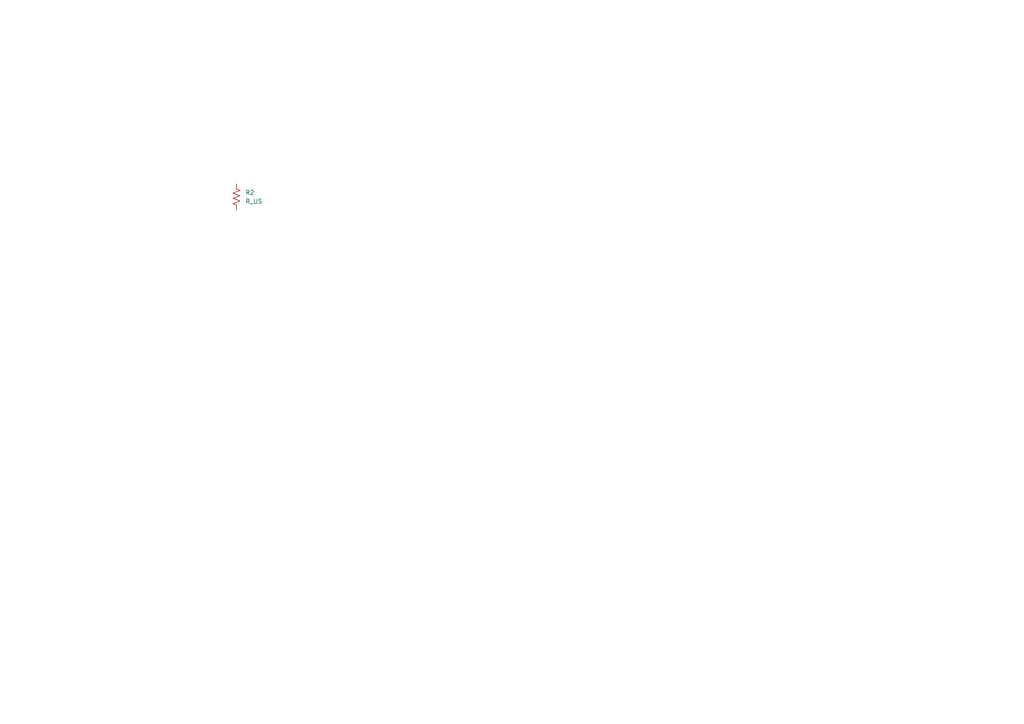
<source format=kicad_sch>
(kicad_sch
	(version 20250114)
	(generator "eeschema")
	(generator_version "9.0")
	(uuid "37ad42cf-50f1-4e75-9f87-f54ae3715310")
	(paper "A4")
	(lib_symbols
		(symbol "Device:R_US"
			(pin_numbers
				(hide yes)
			)
			(pin_names
				(offset 0)
			)
			(exclude_from_sim no)
			(in_bom yes)
			(on_board yes)
			(property "Reference" "R"
				(at 2.54 0 90)
				(effects
					(font
						(size 1.27 1.27)
					)
				)
			)
			(property "Value" "R_US"
				(at -2.54 0 90)
				(effects
					(font
						(size 1.27 1.27)
					)
				)
			)
			(property "Footprint" ""
				(at 1.016 -0.254 90)
				(effects
					(font
						(size 1.27 1.27)
					)
					(hide yes)
				)
			)
			(property "Datasheet" "~"
				(at 0 0 0)
				(effects
					(font
						(size 1.27 1.27)
					)
					(hide yes)
				)
			)
			(property "Description" "Resistor, US symbol"
				(at 0 0 0)
				(effects
					(font
						(size 1.27 1.27)
					)
					(hide yes)
				)
			)
			(property "ki_keywords" "R res resistor"
				(at 0 0 0)
				(effects
					(font
						(size 1.27 1.27)
					)
					(hide yes)
				)
			)
			(property "ki_fp_filters" "R_*"
				(at 0 0 0)
				(effects
					(font
						(size 1.27 1.27)
					)
					(hide yes)
				)
			)
			(symbol "R_US_0_1"
				(polyline
					(pts
						(xy 0 2.286) (xy 0 2.54)
					)
					(stroke
						(width 0)
						(type default)
					)
					(fill
						(type none)
					)
				)
				(polyline
					(pts
						(xy 0 2.286) (xy 1.016 1.905) (xy 0 1.524) (xy -1.016 1.143) (xy 0 0.762)
					)
					(stroke
						(width 0)
						(type default)
					)
					(fill
						(type none)
					)
				)
				(polyline
					(pts
						(xy 0 0.762) (xy 1.016 0.381) (xy 0 0) (xy -1.016 -0.381) (xy 0 -0.762)
					)
					(stroke
						(width 0)
						(type default)
					)
					(fill
						(type none)
					)
				)
				(polyline
					(pts
						(xy 0 -0.762) (xy 1.016 -1.143) (xy 0 -1.524) (xy -1.016 -1.905) (xy 0 -2.286)
					)
					(stroke
						(width 0)
						(type default)
					)
					(fill
						(type none)
					)
				)
				(polyline
					(pts
						(xy 0 -2.286) (xy 0 -2.54)
					)
					(stroke
						(width 0)
						(type default)
					)
					(fill
						(type none)
					)
				)
			)
			(symbol "R_US_1_1"
				(pin passive line
					(at 0 3.81 270)
					(length 1.27)
					(name "~"
						(effects
							(font
								(size 1.27 1.27)
							)
						)
					)
					(number "1"
						(effects
							(font
								(size 1.27 1.27)
							)
						)
					)
				)
				(pin passive line
					(at 0 -3.81 90)
					(length 1.27)
					(name "~"
						(effects
							(font
								(size 1.27 1.27)
							)
						)
					)
					(number "2"
						(effects
							(font
								(size 1.27 1.27)
							)
						)
					)
				)
			)
			(embedded_fonts no)
		)
	)
	(symbol
		(lib_id "Device:R_US")
		(at 68.58 57.15 0)
		(unit 1)
		(exclude_from_sim no)
		(in_bom yes)
		(on_board yes)
		(dnp no)
		(fields_autoplaced yes)
		(uuid "592ddab8-117a-4d88-a865-172836f6e013")
		(property "Reference" "R2"
			(at 71.12 55.8799 0)
			(effects
				(font
					(size 1.27 1.27)
				)
				(justify left)
			)
		)
		(property "Value" "R_US"
			(at 71.12 58.4199 0)
			(effects
				(font
					(size 1.27 1.27)
				)
				(justify left)
			)
		)
		(property "Footprint" "Resistor_SMD:R_0603_1608Metric"
			(at 69.596 57.404 90)
			(effects
				(font
					(size 1.27 1.27)
				)
				(hide yes)
			)
		)
		(property "Datasheet" "~"
			(at 68.58 57.15 0)
			(effects
				(font
					(size 1.27 1.27)
				)
				(hide yes)
			)
		)
		(property "Description" "Resistor, US symbol"
			(at 68.58 57.15 0)
			(effects
				(font
					(size 1.27 1.27)
				)
				(hide yes)
			)
		)
		(pin "2"
			(uuid "23732884-b267-4c25-b0c6-ba5672250e57")
		)
		(pin "1"
			(uuid "c809d07a-98c3-4616-9724-b1e5579181ce")
		)
		(instances
			(project "Nivara"
				(path "/ae5c9891-8291-492e-8a61-8ac340267b67/d47eca49-96e4-4138-8979-47bb60019f67/0824962a-59cd-45b4-910b-b608f652853a"
					(reference "R2")
					(unit 1)
				)
				(path "/ae5c9891-8291-492e-8a61-8ac340267b67/d47eca49-96e4-4138-8979-47bb60019f67/64a487c1-1849-45d6-962d-ffc3485e1a7f"
					(reference "R3")
					(unit 1)
				)
			)
		)
	)
)

</source>
